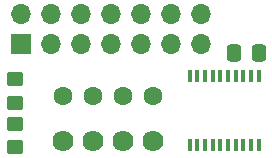
<source format=gbr>
%TF.GenerationSoftware,KiCad,Pcbnew,7.0.6-0*%
%TF.CreationDate,2024-10-04T20:33:39+02:00*%
%TF.ProjectId,Z3660_CPLD_prog,5a333636-305f-4435-904c-445f70726f67,rev?*%
%TF.SameCoordinates,Original*%
%TF.FileFunction,Soldermask,Top*%
%TF.FilePolarity,Negative*%
%FSLAX46Y46*%
G04 Gerber Fmt 4.6, Leading zero omitted, Abs format (unit mm)*
G04 Created by KiCad (PCBNEW 7.0.6-0) date 2024-10-04 20:33:39*
%MOMM*%
%LPD*%
G01*
G04 APERTURE LIST*
G04 Aperture macros list*
%AMRoundRect*
0 Rectangle with rounded corners*
0 $1 Rounding radius*
0 $2 $3 $4 $5 $6 $7 $8 $9 X,Y pos of 4 corners*
0 Add a 4 corners polygon primitive as box body*
4,1,4,$2,$3,$4,$5,$6,$7,$8,$9,$2,$3,0*
0 Add four circle primitives for the rounded corners*
1,1,$1+$1,$2,$3*
1,1,$1+$1,$4,$5*
1,1,$1+$1,$6,$7*
1,1,$1+$1,$8,$9*
0 Add four rect primitives between the rounded corners*
20,1,$1+$1,$2,$3,$4,$5,0*
20,1,$1+$1,$4,$5,$6,$7,0*
20,1,$1+$1,$6,$7,$8,$9,0*
20,1,$1+$1,$8,$9,$2,$3,0*%
G04 Aperture macros list end*
%ADD10R,0.400000X1.000000*%
%ADD11RoundRect,0.250000X-0.450000X0.350000X-0.450000X-0.350000X0.450000X-0.350000X0.450000X0.350000X0*%
%ADD12C,1.780000*%
%ADD13C,1.605000*%
%ADD14RoundRect,0.250000X0.337500X0.475000X-0.337500X0.475000X-0.337500X-0.475000X0.337500X-0.475000X0*%
%ADD15R,1.700000X1.700000*%
%ADD16O,1.700000X1.700000*%
G04 APERTURE END LIST*
D10*
%TO.C,U1*%
X153625000Y-48850000D03*
X152975000Y-48850000D03*
X152325000Y-48850000D03*
X151675000Y-48850000D03*
X151025000Y-48850000D03*
X150375000Y-48850000D03*
X149725000Y-48850000D03*
X149075000Y-48850000D03*
X148425000Y-48850000D03*
X147775000Y-48850000D03*
X147775000Y-54650000D03*
X148425000Y-54650000D03*
X149075000Y-54650000D03*
X149725000Y-54650000D03*
X150375000Y-54650000D03*
X151025000Y-54650000D03*
X151675000Y-54650000D03*
X152325000Y-54650000D03*
X152975000Y-54650000D03*
X153625000Y-54650000D03*
%TD*%
D11*
%TO.C,R1*%
X132960000Y-52870000D03*
X132960000Y-54870000D03*
%TD*%
D12*
%TO.C,J1*%
X144650000Y-54350000D03*
X142110000Y-54350000D03*
X139570000Y-54350000D03*
X137030000Y-54350000D03*
D13*
X144650000Y-50540000D03*
X142110000Y-50540000D03*
X139570000Y-50540000D03*
X137030000Y-50540000D03*
%TD*%
D11*
%TO.C,R2*%
X132960000Y-51120000D03*
X132960000Y-49120000D03*
%TD*%
D14*
%TO.C,C1*%
X153637500Y-46900000D03*
X151562500Y-46900000D03*
%TD*%
D15*
%TO.C,J3*%
X133480000Y-46100000D03*
D16*
X133480000Y-43560000D03*
X136020000Y-46100000D03*
X136020000Y-43560000D03*
X138560000Y-46100000D03*
X138560000Y-43560000D03*
X141100000Y-46100000D03*
X141100000Y-43560000D03*
X143640000Y-46100000D03*
X143640000Y-43560000D03*
X146180000Y-46100000D03*
X146180000Y-43560000D03*
X148720000Y-46100000D03*
X148720000Y-43560000D03*
%TD*%
M02*

</source>
